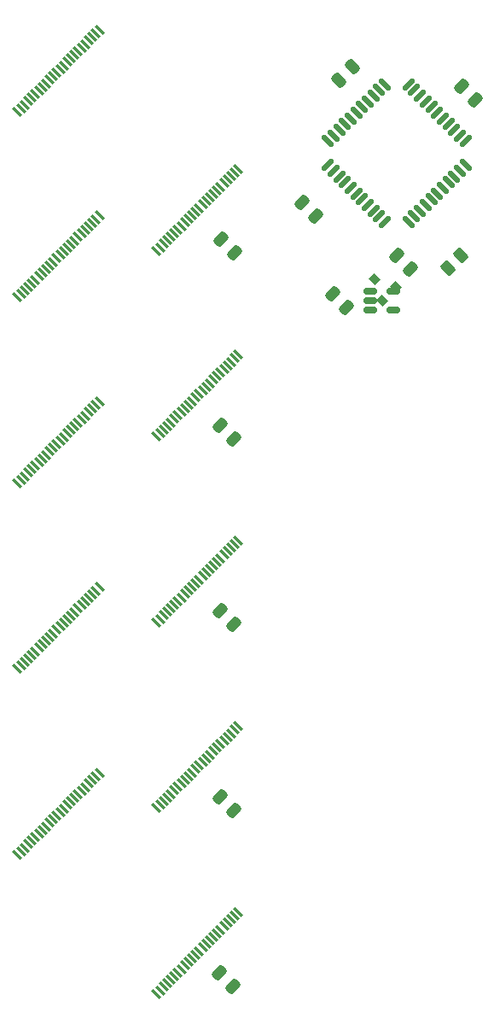
<source format=gtp>
G04 #@! TF.GenerationSoftware,KiCad,Pcbnew,6.0.8-f2edbf62ab~116~ubuntu22.04.1*
G04 #@! TF.CreationDate,2022-10-12T19:55:46+02:00*
G04 #@! TF.ProjectId,A1200FaStRamExpansion,41313230-3046-4615-9374-52616d457870,1.0*
G04 #@! TF.SameCoordinates,Original*
G04 #@! TF.FileFunction,Paste,Top*
G04 #@! TF.FilePolarity,Positive*
%FSLAX46Y46*%
G04 Gerber Fmt 4.6, Leading zero omitted, Abs format (unit mm)*
G04 Created by KiCad (PCBNEW 6.0.8-f2edbf62ab~116~ubuntu22.04.1) date 2022-10-12 19:55:46*
%MOMM*%
%LPD*%
G01*
G04 APERTURE LIST*
G04 Aperture macros list*
%AMRoundRect*
0 Rectangle with rounded corners*
0 $1 Rounding radius*
0 $2 $3 $4 $5 $6 $7 $8 $9 X,Y pos of 4 corners*
0 Add a 4 corners polygon primitive as box body*
4,1,4,$2,$3,$4,$5,$6,$7,$8,$9,$2,$3,0*
0 Add four circle primitives for the rounded corners*
1,1,$1+$1,$2,$3*
1,1,$1+$1,$4,$5*
1,1,$1+$1,$6,$7*
1,1,$1+$1,$8,$9*
0 Add four rect primitives between the rounded corners*
20,1,$1+$1,$2,$3,$4,$5,0*
20,1,$1+$1,$4,$5,$6,$7,0*
20,1,$1+$1,$6,$7,$8,$9,0*
20,1,$1+$1,$8,$9,$2,$3,0*%
%AMRotRect*
0 Rectangle, with rotation*
0 The origin of the aperture is its center*
0 $1 length*
0 $2 width*
0 $3 Rotation angle, in degrees counterclockwise*
0 Add horizontal line*
21,1,$1,$2,0,0,$3*%
G04 Aperture macros list end*
%ADD10RoundRect,0.250000X-0.512652X-0.159099X-0.159099X-0.512652X0.512652X0.159099X0.159099X0.512652X0*%
%ADD11RoundRect,0.250000X0.512652X0.159099X0.159099X0.512652X-0.512652X-0.159099X-0.159099X-0.512652X0*%
%ADD12RoundRect,0.137500X0.521491X-0.327037X-0.327037X0.521491X-0.521491X0.327037X0.327037X-0.521491X0*%
%ADD13RoundRect,0.137500X0.521491X0.327037X0.327037X0.521491X-0.521491X-0.327037X-0.327037X-0.521491X0*%
%ADD14RotRect,1.100000X0.250000X315.000000*%
%ADD15RoundRect,0.150000X-0.512500X-0.150000X0.512500X-0.150000X0.512500X0.150000X-0.512500X0.150000X0*%
%ADD16RotRect,0.900000X0.800000X135.000000*%
%ADD17RoundRect,0.250000X0.159099X-0.512652X0.512652X-0.159099X-0.159099X0.512652X-0.512652X0.159099X0*%
%ADD18RoundRect,0.250000X0.132583X-0.503814X0.503814X-0.132583X-0.132583X0.503814X-0.503814X0.132583X0*%
G04 APERTURE END LIST*
D10*
X117184249Y-78385749D03*
X118527751Y-79729251D03*
X117057249Y-151093249D03*
X118400751Y-152436751D03*
D11*
X142403751Y-64552751D03*
X141060249Y-63209249D03*
D12*
X135795565Y-76682419D03*
X136361250Y-76116734D03*
X136926936Y-75551048D03*
X137492621Y-74985363D03*
X138058307Y-74419678D03*
X138623992Y-73853992D03*
X139189678Y-73288307D03*
X139755363Y-72722621D03*
X140321048Y-72156936D03*
X140886734Y-71591250D03*
X141452419Y-71025565D03*
D13*
X141452419Y-68674435D03*
X140886734Y-68108750D03*
X140321048Y-67543064D03*
X139755363Y-66977379D03*
X139189678Y-66411693D03*
X138623992Y-65846008D03*
X138058307Y-65280322D03*
X137492621Y-64714637D03*
X136926936Y-64148952D03*
X136361250Y-63583266D03*
X135795565Y-63017581D03*
D12*
X133444435Y-63017581D03*
X132878750Y-63583266D03*
X132313064Y-64148952D03*
X131747379Y-64714637D03*
X131181693Y-65280322D03*
X130616008Y-65846008D03*
X130050322Y-66411693D03*
X129484637Y-66977379D03*
X128918952Y-67543064D03*
X128353266Y-68108750D03*
X127787581Y-68674435D03*
D13*
X127787581Y-71025565D03*
X128353266Y-71591250D03*
X128918952Y-72156936D03*
X129484637Y-72722621D03*
X130050322Y-73288307D03*
X130616008Y-73853992D03*
X131181693Y-74419678D03*
X131747379Y-74985363D03*
X132313064Y-75551048D03*
X132878750Y-76116734D03*
X133444435Y-76682419D03*
D14*
X105121573Y-57619845D03*
X104768019Y-57973398D03*
X104414466Y-58326952D03*
X104060913Y-58680505D03*
X103707359Y-59034058D03*
X103353806Y-59387612D03*
X103000253Y-59741165D03*
X102646699Y-60094719D03*
X102293146Y-60448272D03*
X101939592Y-60801825D03*
X101586039Y-61155379D03*
X101232486Y-61508932D03*
X100878932Y-61862486D03*
X100525379Y-62216039D03*
X100171825Y-62569592D03*
X99818272Y-62923146D03*
X99464719Y-63276699D03*
X99111165Y-63630253D03*
X98757612Y-63983806D03*
X98404058Y-64337359D03*
X98050505Y-64690913D03*
X97696952Y-65044466D03*
X97343398Y-65398019D03*
X96989845Y-65751573D03*
X110778427Y-79540155D03*
X111131981Y-79186602D03*
X111485534Y-78833048D03*
X111839087Y-78479495D03*
X112192641Y-78125942D03*
X112546194Y-77772388D03*
X112899747Y-77418835D03*
X113253301Y-77065281D03*
X113606854Y-76711728D03*
X113960408Y-76358175D03*
X114313961Y-76004621D03*
X114667514Y-75651068D03*
X115021068Y-75297514D03*
X115374621Y-74943961D03*
X115728175Y-74590408D03*
X116081728Y-74236854D03*
X116435281Y-73883301D03*
X116788835Y-73529747D03*
X117142388Y-73176194D03*
X117495942Y-72822641D03*
X117849495Y-72469087D03*
X118203048Y-72115534D03*
X118556602Y-71761981D03*
X118910155Y-71408427D03*
X105121573Y-112864845D03*
X104768019Y-113218398D03*
X104414466Y-113571952D03*
X104060913Y-113925505D03*
X103707359Y-114279058D03*
X103353806Y-114632612D03*
X103000253Y-114986165D03*
X102646699Y-115339719D03*
X102293146Y-115693272D03*
X101939592Y-116046825D03*
X101586039Y-116400379D03*
X101232486Y-116753932D03*
X100878932Y-117107486D03*
X100525379Y-117461039D03*
X100171825Y-117814592D03*
X99818272Y-118168146D03*
X99464719Y-118521699D03*
X99111165Y-118875253D03*
X98757612Y-119228806D03*
X98404058Y-119582359D03*
X98050505Y-119935913D03*
X97696952Y-120289466D03*
X97343398Y-120643019D03*
X96989845Y-120996573D03*
X110778427Y-134785155D03*
X111131981Y-134431602D03*
X111485534Y-134078048D03*
X111839087Y-133724495D03*
X112192641Y-133370942D03*
X112546194Y-133017388D03*
X112899747Y-132663835D03*
X113253301Y-132310281D03*
X113606854Y-131956728D03*
X113960408Y-131603175D03*
X114313961Y-131249621D03*
X114667514Y-130896068D03*
X115021068Y-130542514D03*
X115374621Y-130188961D03*
X115728175Y-129835408D03*
X116081728Y-129481854D03*
X116435281Y-129128301D03*
X116788835Y-128774747D03*
X117142388Y-128421194D03*
X117495942Y-128067641D03*
X117849495Y-127714087D03*
X118203048Y-127360534D03*
X118556602Y-127006981D03*
X118910155Y-126653427D03*
X105121573Y-76034845D03*
X104768019Y-76388398D03*
X104414466Y-76741952D03*
X104060913Y-77095505D03*
X103707359Y-77449058D03*
X103353806Y-77802612D03*
X103000253Y-78156165D03*
X102646699Y-78509719D03*
X102293146Y-78863272D03*
X101939592Y-79216825D03*
X101586039Y-79570379D03*
X101232486Y-79923932D03*
X100878932Y-80277486D03*
X100525379Y-80631039D03*
X100171825Y-80984592D03*
X99818272Y-81338146D03*
X99464719Y-81691699D03*
X99111165Y-82045253D03*
X98757612Y-82398806D03*
X98404058Y-82752359D03*
X98050505Y-83105913D03*
X97696952Y-83459466D03*
X97343398Y-83813019D03*
X96989845Y-84166573D03*
X110778427Y-97955155D03*
X111131981Y-97601602D03*
X111485534Y-97248048D03*
X111839087Y-96894495D03*
X112192641Y-96540942D03*
X112546194Y-96187388D03*
X112899747Y-95833835D03*
X113253301Y-95480281D03*
X113606854Y-95126728D03*
X113960408Y-94773175D03*
X114313961Y-94419621D03*
X114667514Y-94066068D03*
X115021068Y-93712514D03*
X115374621Y-93358961D03*
X115728175Y-93005408D03*
X116081728Y-92651854D03*
X116435281Y-92298301D03*
X116788835Y-91944747D03*
X117142388Y-91591194D03*
X117495942Y-91237641D03*
X117849495Y-90884087D03*
X118203048Y-90530534D03*
X118556602Y-90176981D03*
X118910155Y-89823427D03*
X105121573Y-131279845D03*
X104768019Y-131633398D03*
X104414466Y-131986952D03*
X104060913Y-132340505D03*
X103707359Y-132694058D03*
X103353806Y-133047612D03*
X103000253Y-133401165D03*
X102646699Y-133754719D03*
X102293146Y-134108272D03*
X101939592Y-134461825D03*
X101586039Y-134815379D03*
X101232486Y-135168932D03*
X100878932Y-135522486D03*
X100525379Y-135876039D03*
X100171825Y-136229592D03*
X99818272Y-136583146D03*
X99464719Y-136936699D03*
X99111165Y-137290253D03*
X98757612Y-137643806D03*
X98404058Y-137997359D03*
X98050505Y-138350913D03*
X97696952Y-138704466D03*
X97343398Y-139058019D03*
X96989845Y-139411573D03*
X110778427Y-153200155D03*
X111131981Y-152846602D03*
X111485534Y-152493048D03*
X111839087Y-152139495D03*
X112192641Y-151785942D03*
X112546194Y-151432388D03*
X112899747Y-151078835D03*
X113253301Y-150725281D03*
X113606854Y-150371728D03*
X113960408Y-150018175D03*
X114313961Y-149664621D03*
X114667514Y-149311068D03*
X115021068Y-148957514D03*
X115374621Y-148603961D03*
X115728175Y-148250408D03*
X116081728Y-147896854D03*
X116435281Y-147543301D03*
X116788835Y-147189747D03*
X117142388Y-146836194D03*
X117495942Y-146482641D03*
X117849495Y-146129087D03*
X118203048Y-145775534D03*
X118556602Y-145421981D03*
X118910155Y-145068427D03*
X105121573Y-94449845D03*
X104768019Y-94803398D03*
X104414466Y-95156952D03*
X104060913Y-95510505D03*
X103707359Y-95864058D03*
X103353806Y-96217612D03*
X103000253Y-96571165D03*
X102646699Y-96924719D03*
X102293146Y-97278272D03*
X101939592Y-97631825D03*
X101586039Y-97985379D03*
X101232486Y-98338932D03*
X100878932Y-98692486D03*
X100525379Y-99046039D03*
X100171825Y-99399592D03*
X99818272Y-99753146D03*
X99464719Y-100106699D03*
X99111165Y-100460253D03*
X98757612Y-100813806D03*
X98404058Y-101167359D03*
X98050505Y-101520913D03*
X97696952Y-101874466D03*
X97343398Y-102228019D03*
X96989845Y-102581573D03*
X110778427Y-116370155D03*
X111131981Y-116016602D03*
X111485534Y-115663048D03*
X111839087Y-115309495D03*
X112192641Y-114955942D03*
X112546194Y-114602388D03*
X112899747Y-114248835D03*
X113253301Y-113895281D03*
X113606854Y-113541728D03*
X113960408Y-113188175D03*
X114313961Y-112834621D03*
X114667514Y-112481068D03*
X115021068Y-112127514D03*
X115374621Y-111773961D03*
X115728175Y-111420408D03*
X116081728Y-111066854D03*
X116435281Y-110713301D03*
X116788835Y-110359747D03*
X117142388Y-110006194D03*
X117495942Y-109652641D03*
X117849495Y-109299087D03*
X118203048Y-108945534D03*
X118556602Y-108591981D03*
X118910155Y-108238427D03*
D10*
X117120749Y-115215749D03*
X118464251Y-116559251D03*
X117120749Y-133630749D03*
X118464251Y-134974251D03*
X117120749Y-96800749D03*
X118464251Y-98144251D03*
D15*
X132037500Y-83505000D03*
X132037500Y-84455000D03*
X132037500Y-85405000D03*
X134312500Y-85405000D03*
X134312500Y-83505000D03*
D16*
X133197600Y-84429600D03*
X134541103Y-83086097D03*
X132455138Y-82343635D03*
D10*
X128261162Y-83811162D03*
X129604664Y-85154664D03*
X125248749Y-74702749D03*
X126592251Y-76046251D03*
X134611162Y-80001162D03*
X135954664Y-81344664D03*
D17*
X128868249Y-62647751D03*
X130211751Y-61304249D03*
D18*
X139689765Y-81290235D03*
X140980235Y-79999765D03*
M02*

</source>
